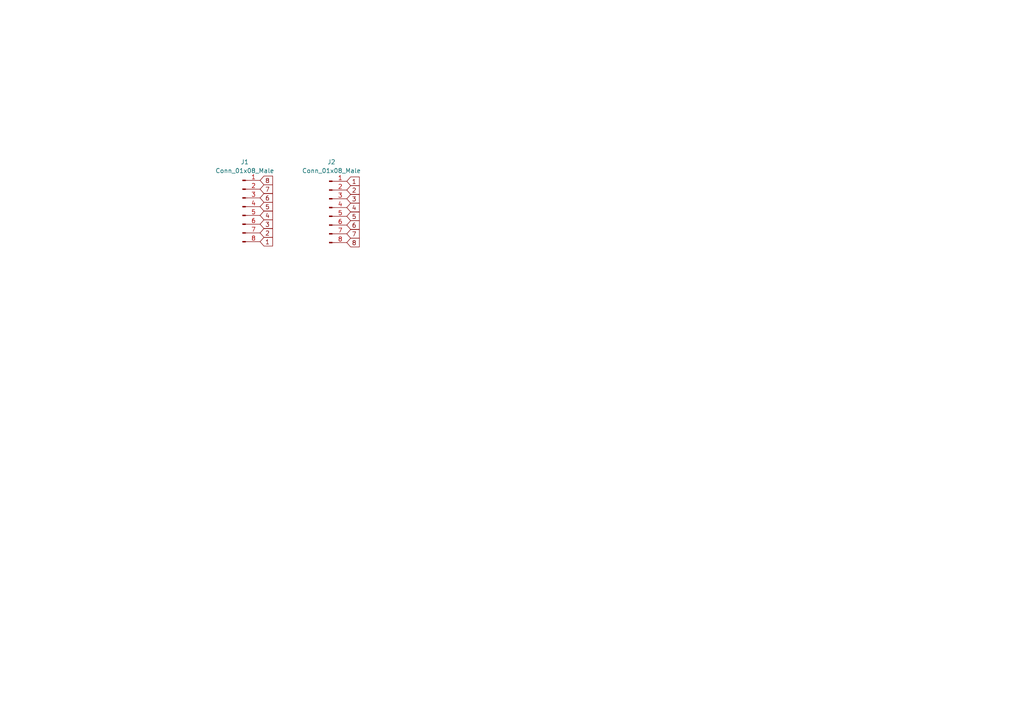
<source format=kicad_sch>
(kicad_sch (version 20211123) (generator eeschema)
  (paper "A4")
  (lib_symbols
    (symbol "Connector:Conn_01x08_Male" (pin_names (offset 1.016) hide)
      (property "Reference" "J" (at 0 10.16 0))
      (property "Value" "Conn_01x08_Male" (at 0 -12.7 0))
      (symbol "Conn_01x08_Male_1_1"
        (polyline (pts (xy 1.27 -10.16) (xy 0.8636 -10.16)) (stroke (width 0.1524)))
        (polyline (pts (xy 1.27 -7.62) (xy 0.8636 -7.62)) (stroke (width 0.1524)))
        (polyline (pts (xy 1.27 -5.08) (xy 0.8636 -5.08)) (stroke (width 0.1524)))
        (polyline (pts (xy 1.27 -2.54) (xy 0.8636 -2.54)) (stroke (width 0.1524)))
        (polyline (pts (xy 1.27 0) (xy 0.8636 0)) (stroke (width 0.1524)))
        (polyline (pts (xy 1.27 2.54) (xy 0.8636 2.54)) (stroke (width 0.1524)))
        (polyline (pts (xy 1.27 5.08) (xy 0.8636 5.08)) (stroke (width 0.1524)))
        (polyline (pts (xy 1.27 7.62) (xy 0.8636 7.62)) (stroke (width 0.1524)))
        (rectangle (start 0.8636 -10.033) (end 0 -10.287) (stroke (width 0.1524)) (fill (type outline)))
        (rectangle (start 0.8636 -7.493) (end 0 -7.747) (stroke (width 0.1524)) (fill (type outline)))
        (rectangle (start 0.8636 -4.953) (end 0 -5.207) (stroke (width 0.1524)) (fill (type outline)))
        (rectangle (start 0.8636 -2.413) (end 0 -2.667) (stroke (width 0.1524)) (fill (type outline)))
        (rectangle (start 0.8636 0.127) (end 0 -0.127) (stroke (width 0.1524)) (fill (type outline)))
        (rectangle (start 0.8636 2.667) (end 0 2.413) (stroke (width 0.1524)) (fill (type outline)))
        (rectangle (start 0.8636 5.207) (end 0 4.953) (stroke (width 0.1524)) (fill (type outline)))
        (rectangle (start 0.8636 7.747) (end 0 7.493) (stroke (width 0.1524)) (fill (type outline)))
        (pin passive line (at 5.08 7.62 180) (length 3.81) (name "Pin_1") (number "1"))
        (pin passive line (at 5.08 5.08 180) (length 3.81) (name "Pin_2") (number "2"))
        (pin passive line (at 5.08 2.54 180) (length 3.81) (name "Pin_3") (number "3"))
        (pin passive line (at 5.08 0 180) (length 3.81) (name "Pin_4") (number "4"))
        (pin passive line (at 5.08 -2.54 180) (length 3.81) (name "Pin_5") (number "5"))
        (pin passive line (at 5.08 -5.08 180) (length 3.81) (name "Pin_6") (number "6"))
        (pin passive line (at 5.08 -7.62 180) (length 3.81) (name "Pin_7") (number "7"))
        (pin passive line (at 5.08 -10.16 180) (length 3.81) (name "Pin_8") (number "8"))
      )
    )
  )
  (global_label "1" (shape input) (at 100.584 52.578 0) (property "Intersheet References" "${INTERSHEET_REFS}" (effects hide)))
  (global_label "8" (shape input) (at 75.438 52.324 0) (property "Intersheet References" "${INTERSHEET_REFS}" (effects hide)))
  (global_label "5" (shape input) (at 100.584 62.738 0) (property "Intersheet References" "${INTERSHEET_REFS}" (effects hide)))
  (global_label "7" (shape input) (at 75.438 54.864 0) (property "Intersheet References" "${INTERSHEET_REFS}" (effects hide)))
  (global_label "6" (shape input) (at 100.584 65.278 0) (property "Intersheet References" "${INTERSHEET_REFS}" (effects hide)))
  (global_label "6" (shape input) (at 75.438 57.404 0) (property "Intersheet References" "${INTERSHEET_REFS}" (effects hide)))
  (global_label "4" (shape input) (at 100.584 60.198 0) (property "Intersheet References" "${INTERSHEET_REFS}" (effects hide)))
  (global_label "7" (shape input) (at 100.584 67.818 0) (property "Intersheet References" "${INTERSHEET_REFS}" (effects hide)))
  (global_label "8" (shape input) (at 100.584 70.358 0) (property "Intersheet References" "${INTERSHEET_REFS}" (effects hide)))
  (global_label "2" (shape input) (at 100.584 55.118 0) (property "Intersheet References" "${INTERSHEET_REFS}" (effects hide)))
  (global_label "3" (shape input) (at 75.438 65.024 0) (property "Intersheet References" "${INTERSHEET_REFS}" (effects hide)))
  (global_label "2" (shape input) (at 75.438 67.564 0) (property "Intersheet References" "${INTERSHEET_REFS}" (effects hide)))
  (global_label "1" (shape input) (at 75.438 70.104 0) (property "Intersheet References" "${INTERSHEET_REFS}" (effects hide)))
  (global_label "4" (shape input) (at 75.438 62.484 0) (property "Intersheet References" "${INTERSHEET_REFS}" (effects hide)))
  (global_label "3" (shape input) (at 100.584 57.658 0) (property "Intersheet References" "${INTERSHEET_REFS}" (effects hide)))
  (global_label "5" (shape input) (at 75.438 59.944 0) (property "Intersheet References" "${INTERSHEET_REFS}" (effects hide)))
  (symbol (lib_id "Connector:Conn_01x08_Male") (at 95.504 60.198 0) (unit 1)
    (property "Reference" "J2" (at 96.139 46.99 0))
    (property "Value" "Conn_01x08_Male" (at 96.139 49.53 0))
    (property "Footprint" "STS_connector:flexpcb con." (effects hide))
  )
  (symbol (lib_id "Connector:Conn_01x08_Male") (at 70.358 59.944 0) (unit 1)
    (property "Reference" "J1" (at 70.993 46.99 0))
    (property "Value" "Conn_01x08_Male" (at 70.993 49.53 0))
    (property "Footprint" "STS_connector:flexpcb con." (effects hide))
  )
)
</source>
